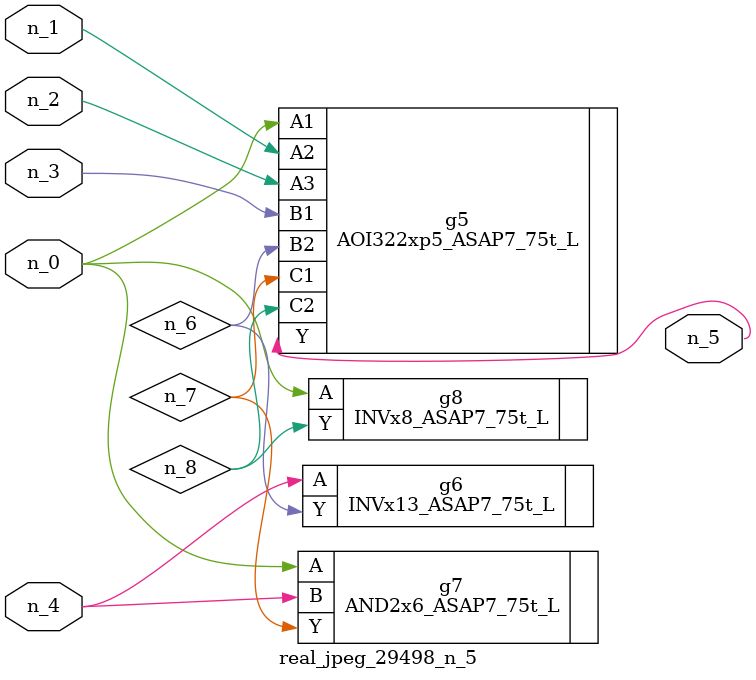
<source format=v>
module real_jpeg_29498_n_5 (n_4, n_0, n_1, n_2, n_3, n_5);

input n_4;
input n_0;
input n_1;
input n_2;
input n_3;

output n_5;

wire n_8;
wire n_6;
wire n_7;

AOI322xp5_ASAP7_75t_L g5 ( 
.A1(n_0),
.A2(n_1),
.A3(n_2),
.B1(n_3),
.B2(n_6),
.C1(n_7),
.C2(n_8),
.Y(n_5)
);

AND2x6_ASAP7_75t_L g7 ( 
.A(n_0),
.B(n_4),
.Y(n_7)
);

INVx8_ASAP7_75t_L g8 ( 
.A(n_0),
.Y(n_8)
);

INVx13_ASAP7_75t_L g6 ( 
.A(n_4),
.Y(n_6)
);


endmodule
</source>
